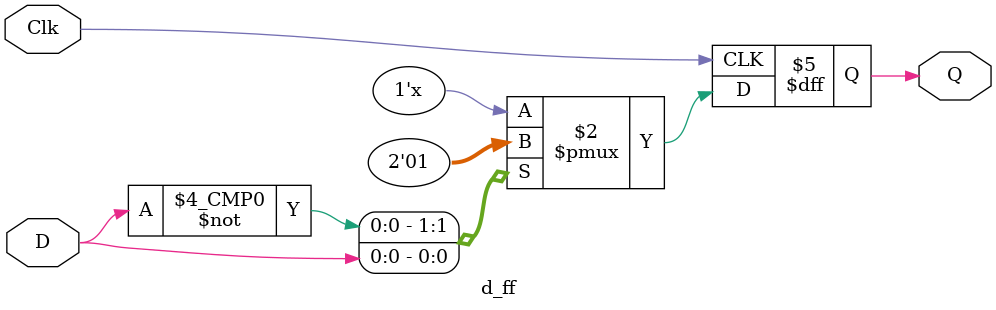
<source format=v>
`timescale 1ns / 1ps


module d_ff(
    input D,
    input Clk,
    output reg Q
    );
    always @(posedge Clk)
    begin
    case(D)
    1'b0: Q= 0;
    1'b1: Q=1;
    endcase
    end
endmodule

</source>
